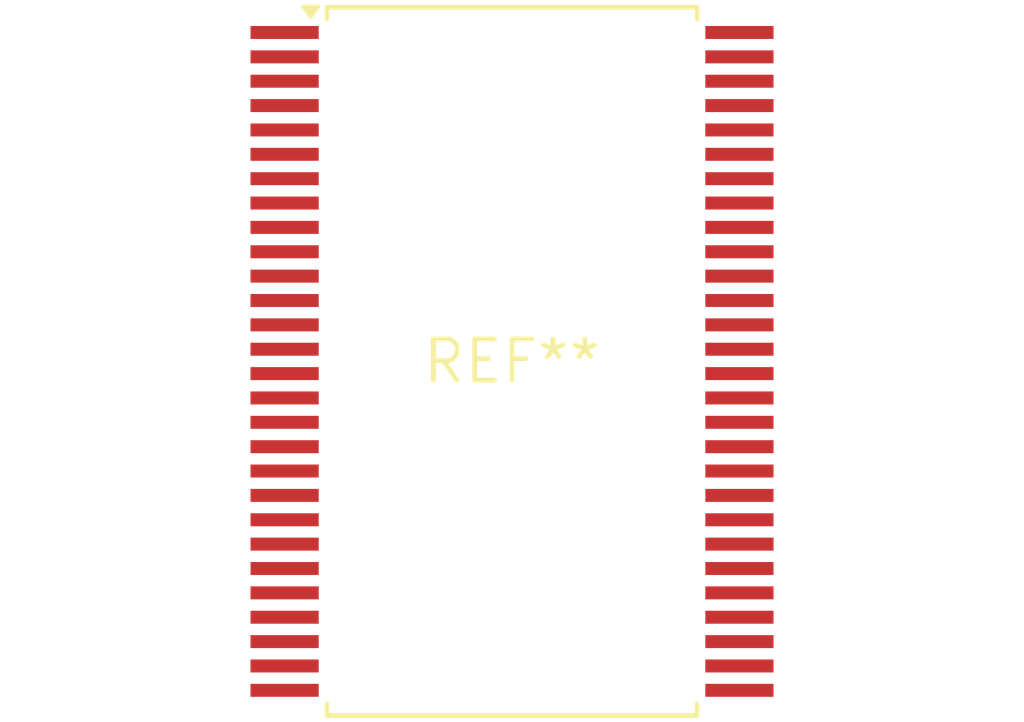
<source format=kicad_pcb>
(kicad_pcb (version 20240108) (generator pcbnew)
  (layers (0 "F.Cu" signal) (31 "B.Cu" signal) (34 "B.Paste" user) (35 "F.Paste" user) (36 "B.SilkS" user "B.Silkscreen") (37 "F.SilkS" user "F.Silkscreen") (38 "B.Mask" user) (39 "F.Mask" user) (44 "Edge.Cuts" user))
  (net 0 "")
  (footprint "VSO-56_11.1x21.5mm_P0.75mm" (layer "F.Cu") (at 0 0)
    (property "Reference" "REF**")
    (property "Value" "VSO-56_11.1x21.5mm_P0.75mm")
    (fp_line (start -5.7 -10.9) (end -5.7 -10.55) (layer "F.SilkS") (stroke (width 0.15)))
    (fp_line (start -5.7 -10.9) (end 5.7 -10.9) (layer "F.SilkS") (stroke (width 0.15)))
    (fp_line (start -5.7 10.9) (end -5.7 10.55) (layer "F.SilkS") (stroke (width 0.15)))
    (fp_line (start -5.7 10.9) (end 5.7 10.9) (layer "F.SilkS") (stroke (width 0.15)))
    (fp_line (start 5.7 -10.9) (end 5.7 -10.55) (layer "F.SilkS") (stroke (width 0.15)))
    (fp_line (start 5.7 10.9) (end 5.7 10.55) (layer "F.SilkS") (stroke (width 0.15)))
    (fp_poly (pts (xy -6.2 -10.6) (xy -6.44 -10.93) (xy -5.96 -10.93) (xy -6.2 -10.6)) (layer "F.SilkS") (stroke (width 0.12)) (fill solid))
    (pad "1" smd rect (at -7 -10.125) (size 2.1 0.4) (layers "F.Cu" "F.Paste" "F.Mask"))
    (pad "2" smd rect (at -7 -9.375) (size 2.1 0.4) (layers "F.Cu" "F.Paste" "F.Mask"))
    (pad "3" smd rect (at -7 -8.625) (size 2.1 0.4) (layers "F.Cu" "F.Paste" "F.Mask"))
    (pad "4" smd rect (at -7 -7.875) (size 2.1 0.4) (layers "F.Cu" "F.Paste" "F.Mask"))
    (pad "5" smd rect (at -7 -7.125) (size 2.1 0.4) (layers "F.Cu" "F.Paste" "F.Mask"))
    (pad "6" smd rect (at -7 -6.375) (size 2.1 0.4) (layers "F.Cu" "F.Paste" "F.Mask"))
    (pad "7" smd rect (at -7 -5.625) (size 2.1 0.4) (layers "F.Cu" "F.Paste" "F.Mask"))
    (pad "8" smd rect (at -7 -4.875) (size 2.1 0.4) (layers "F.Cu" "F.Paste" "F.Mask"))
    (pad "9" smd rect (at -7 -4.125) (size 2.1 0.4) (layers "F.Cu" "F.Paste" "F.Mask"))
    (pad "10" smd rect (at -7 -3.375) (size 2.1 0.4) (layers "F.Cu" "F.Paste" "F.Mask"))
    (pad "11" smd rect (at -7 -2.625) (size 2.1 0.4) (layers "F.Cu" "F.Paste" "F.Mask"))
    (pad "12" smd rect (at -7 -1.875) (size 2.1 0.4) (layers "F.Cu" "F.Paste" "F.Mask"))
    (pad "13" smd rect (at -7 -1.125) (size 2.1 0.4) (layers "F.Cu" "F.Paste" "F.Mask"))
    (pad "14" smd rect (at -7 -0.375) (size 2.1 0.4) (layers "F.Cu" "F.Paste" "F.Mask"))
    (pad "15" smd rect (at -7 0.375) (size 2.1 0.4) (layers "F.Cu" "F.Paste" "F.Mask"))
    (pad "16" smd rect (at -7 1.125) (size 2.1 0.4) (layers "F.Cu" "F.Paste" "F.Mask"))
    (pad "17" smd rect (at -7 1.875) (size 2.1 0.4) (layers "F.Cu" "F.Paste" "F.Mask"))
    (pad "18" smd rect (at -7 2.625) (size 2.1 0.4) (layers "F.Cu" "F.Paste" "F.Mask"))
    (pad "19" smd rect (at -7 3.375) (size 2.1 0.4) (layers "F.Cu" "F.Paste" "F.Mask"))
    (pad "20" smd rect (at -7 4.125) (size 2.1 0.4) (layers "F.Cu" "F.Paste" "F.Mask"))
    (pad "21" smd rect (at -7 4.875) (size 2.1 0.4) (layers "F.Cu" "F.Paste" "F.Mask"))
    (pad "22" smd rect (at -7 5.625) (size 2.1 0.4) (layers "F.Cu" "F.Paste" "F.Mask"))
    (pad "23" smd rect (at -7 6.375) (size 2.1 0.4) (layers "F.Cu" "F.Paste" "F.Mask"))
    (pad "24" smd rect (at -7 7.125) (size 2.1 0.4) (layers "F.Cu" "F.Paste" "F.Mask"))
    (pad "25" smd rect (at -7 7.875) (size 2.1 0.4) (layers "F.Cu" "F.Paste" "F.Mask"))
    (pad "26" smd rect (at -7 8.625) (size 2.1 0.4) (layers "F.Cu" "F.Paste" "F.Mask"))
    (pad "27" smd rect (at -7 9.375) (size 2.1 0.4) (layers "F.Cu" "F.Paste" "F.Mask"))
    (pad "28" smd rect (at -7 10.125) (size 2.1 0.4) (layers "F.Cu" "F.Paste" "F.Mask"))
    (pad "29" smd rect (at 7 10.125) (size 2.1 0.4) (layers "F.Cu" "F.Paste" "F.Mask"))
    (pad "30" smd rect (at 7 9.375) (size 2.1 0.4) (layers "F.Cu" "F.Paste" "F.Mask"))
    (pad "31" smd rect (at 7 8.625) (size 2.1 0.4) (layers "F.Cu" "F.Paste" "F.Mask"))
    (pad "32" smd rect (at 7 7.875) (size 2.1 0.4) (layers "F.Cu" "F.Paste" "F.Mask"))
    (pad "33" smd rect (at 7 7.125) (size 2.1 0.4) (layers "F.Cu" "F.Paste" "F.Mask"))
    (pad "34" smd rect (at 7 6.375) (size 2.1 0.4) (layers "F.Cu" "F.Paste" "F.Mask"))
    (pad "35" smd rect (at 7 5.625) (size 2.1 0.4) (layers "F.Cu" "F.Paste" "F.Mask"))
    (pad "36" smd rect (at 7 4.875) (size 2.1 0.4) (layers "F.Cu" "F.Paste" "F.Mask"))
    (pad "37" smd rect (at 7 4.125) (size 2.1 0.4) (layers "F.Cu" "F.Paste" "F.Mask"))
    (pad "38" smd rect (at 7 3.375) (size 2.1 0.4) (layers "F.Cu" "F.Paste" "F.Mask"))
    (pad "39" smd rect (at 7 2.625) (size 2.1 0.4) (layers "F.Cu" "F.Paste" "F.Mask"))
    (pad "40" smd rect (at 7 1.875) (size 2.1 0.4) (layers "F.Cu" "F.Paste" "F.Mask"))
    (pad "41" smd rect (at 7 1.125) (size 2.1 0.4) (layers "F.Cu" "F.Paste" "F.Mask"))
    (pad "42" smd rect (at 7 0.375) (size 2.1 0.4) (layers "F.Cu" "F.Paste" "F.Mask"))
    (pad "43" smd rect (at 7 -0.375) (size 2.1 0.4) (layers "F.Cu" "F.Paste" "F.Mask"))
    (pad "44" smd rect (at 7 -1.125) (size 2.1 0.4) (layers "F.Cu" "F.Paste" "F.Mask"))
    (pad "45" smd rect (at 7 -1.875) (size 2.1 0.4) (layers "F.Cu" "F.Paste" "F.Mask"))
    (pad "46" smd rect (at 7 -2.625) (size 2.1 0.4) (layers "F.Cu" "F.Paste" "F.Mask"))
    (pad "47" smd rect (at 7 -3.375) (size 2.1 0.4) (layers "F.Cu" "F.Paste" "F.Mask"))
    (pad "48" smd rect (at 7 -4.125) (size 2.1 0.4) (layers "F.Cu" "F.Paste" "F.Mask"))
    (pad "49" smd rect (at 7 -4.875) (size 2.1 0.4) (layers "F.Cu" "F.Paste" "F.Mask"))
    (pad "50" smd rect (at 7 -5.625) (size 2.1 0.4) (layers "F.Cu" "F.Paste" "F.Mask"))
    (pad "51" smd rect (at 7 -6.375) (size 2.1 0.4) (layers "F.Cu" "F.Paste" "F.Mask"))
    (pad "52" smd rect (at 7 -7.125) (size 2.1 0.4) (layers "F.Cu" "F.Paste" "F.Mask"))
    (pad "53" smd rect (at 7 -7.875) (size 2.1 0.4) (layers "F.Cu" "F.Paste" "F.Mask"))
    (pad "54" smd rect (at 7 -8.625) (size 2.1 0.4) (layers "F.Cu" "F.Paste" "F.Mask"))
    (pad "55" smd rect (at 7 -9.375) (size 2.1 0.4) (layers "F.Cu" "F.Paste" "F.Mask"))
    (pad "56" smd rect (at 7 -10.125) (size 2.1 0.4) (layers "F.Cu" "F.Paste" "F.Mask"))
  )
)
</source>
